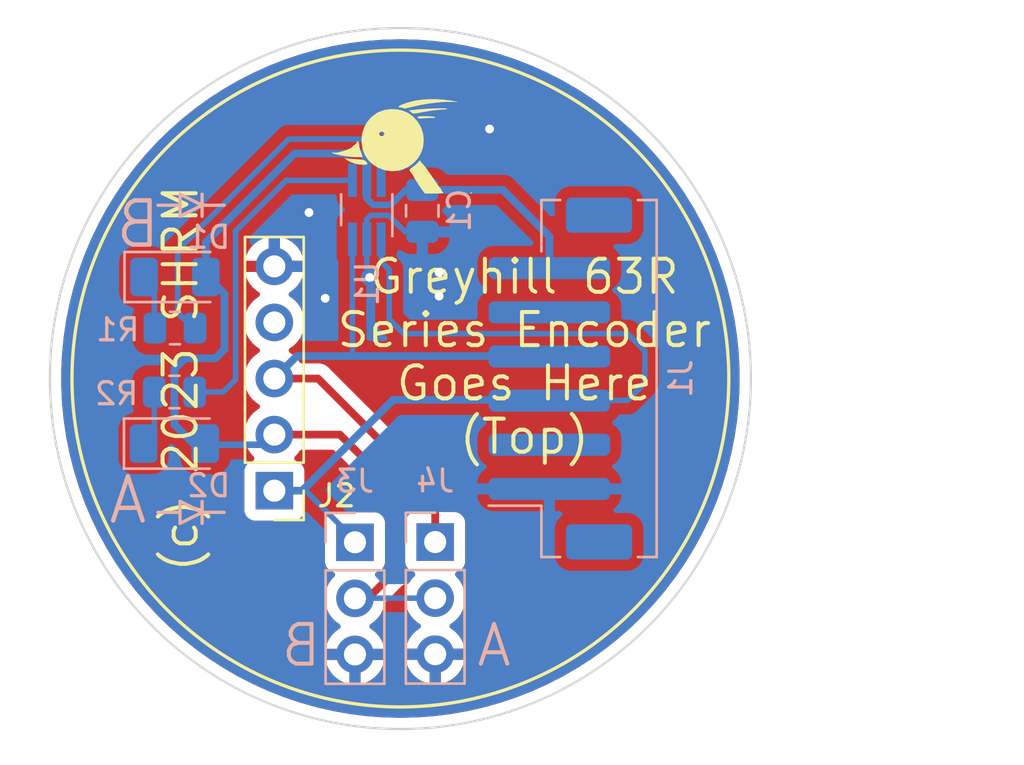
<source format=kicad_pcb>
(kicad_pcb (version 20211014) (generator pcbnew)
  (layers (0 "F.Cu" signal) (31 "B.Cu" signal) (34 "B.Paste" user) (35 "F.Paste" user) (36 "B.SilkS" user "B.Silkscreen") (37 "F.SilkS" user "F.Silkscreen") (38 "B.Mask" user) (39 "F.Mask" user) (44 "Edge.Cuts" user))
  (net 0 "")
  (net 1 "GND")
  (net 3 "/ENCB")
  (net 4 "/ENCA")
  (net 6 "Net-(D1-Pad1)")
  (net 8 "VCC")
  (net 9 "Net-(D2-Pad1)")
  (net 10 "Net-(R1-Pad2)")
  (net 11 "Net-(R2-Pad2)")
  (footprint "Connector_PinHeader_2.54mm:PinHeader_1x05_P2.54mm_Vertical" (layer "F.Cu") (at -5.71 20.955 180)
    (fp_text reference "J2" (at -2.8144 -0.2286) (layer "F.SilkS"))
    (fp_text value "Conn_01x05" hide)
    (fp_line (start 1.33 1.27) (end 1.33 11.49) (layer "F.SilkS") (width 0.12))
    (fp_line (start -1.33 1.27) (end 1.33 1.27) (layer "F.SilkS") (width 0.12))
    (fp_line (start -1.33 1.27) (end -1.33 11.49) (layer "F.SilkS") (width 0.12))
    (fp_line (start -1.33 11.49) (end 1.33 11.49) (layer "F.SilkS") (width 0.12))
    (fp_line (start -1.33 0) (end -1.33 -1.33) (layer "F.SilkS") (width 0.12))
    (fp_line (start -1.33 -1.33) (end 0 -1.33) (layer "F.SilkS") (width 0.12))
    (pad "1" thru_hole rect (at 0 0 180) (size 1.7 1.7) (drill 1) (layers *.Cu *.Mask) (net 3 "/ENCB"))
    (pad "2" thru_hole oval (at 0 2.54 180) (size 1.7 1.7) (drill 1) (layers *.Cu *.Mask) (net 8 "VCC"))
    (pad "3" thru_hole oval (at 0 5.08 180) (size 1.7 1.7) (drill 1) (layers *.Cu *.Mask) (net 4 "/ENCA"))
    (pad "4" thru_hole oval (at 0 7.62 180) (size 1.7 1.7) (drill 1) (layers *.Cu *.Mask))
    (pad "5" thru_hole oval (at 0 10.16 180) (size 1.7 1.7) (drill 1) (layers *.Cu *.Mask) (net 1 "GND"))
  )
  (footprint "LOGO" (layer "F.Cu") (at 0.012779 5.246624)
    (fp_text reference "G***" hide)
    (fp_text value "LOGO" hide)
    (fp_poly (pts (xy 1.913529 -1.612956) (xy 2.027994 -1.608028) (xy 2.095237 -1.598176) (xy 2.10874 -1.585518) (xy 2.068515 -1.567943) (xy 1.985846 -1.556428) (xy 1.915173 -1.553808) (xy 1.783659 -1.547239) (xy 1.603859 -1.528767) (xy 1.389396 -1.500244) (xy 1.153894 -1.463519) (xy 0.910978 -1.420444) (xy 0.855456 -1.409827) (xy 0.721232 -1.384099) (xy 0.633459 -1.370926) (xy 0.576174 -1.371583) (xy 0.533419 -1.387349) (xy 0.489233 -1.419501) (xy 0.462668 -1.44126) (xy 0.370405 -1.516694) (xy 0.510234 -1.533172) (xy 0.715192 -1.554849) (xy 0.932945 -1.573567) (xy 1.154917 -1.589047) (xy 1.372535 -1.601006) (xy 1.577225 -1.609165) (xy 1.760414 -1.613242)) (layer "F.SilkS") (width 0) (fill solid))
    (fp_poly (pts (xy -2.457553 0.652201) (xy -2.387091 0.663295) (xy -2.270955 0.675428) (xy -2.126832 0.68694) (xy -2.009205 0.694266) (xy -1.853049 0.703776) (xy -1.746381 0.71433) (xy -1.675307 0.729251) (xy -1.625933 0.75186) (xy -1.584368 0.785478) (xy -1.570379 0.799171) (xy -1.520224 0.86201) (xy -1.502998 0.910599) (xy -1.505305 0.918085) (xy -1.54761 0.936206) (xy -1.634964 0.945402) (xy -1.74955 0.945105) (xy -1.87355 0.93475) (xy -1.902621 0.930722) (xy -2.078791 0.892148) (xy -2.246978 0.834097) (xy -2.385556 0.764848) (xy -2.442371 0.724087) (xy -2.552684 0.629352)) (layer "F.SilkS") (width 0) (fill solid))
    (fp_poly (pts (xy 1.173233 -1.252933) (xy 1.31073 -1.247596) (xy 1.431621 -1.238651) (xy 1.519947 -1.226466) (xy 1.558521 -1.212921) (xy 1.569023 -1.190641) (xy 1.538199 -1.178305) (xy 1.456856 -1.173453) (xy 1.409526 -1.173058) (xy 1.269146 -1.169573) (xy 1.109184 -1.160852) (xy 1.011253 -1.153033) (xy 0.880632 -1.145606) (xy 0.804317 -1.15397) (xy 0.778178 -1.171223) (xy 0.76954 -1.218598) (xy 0.776355 -1.230886) (xy 0.820691 -1.243641) (xy 0.912254 -1.251322) (xy 1.035088 -1.254298)) (layer "F.SilkS") (width 0) (fill solid))
    (fp_poly (pts (xy -0.174329 -1.565625) (xy 0.092865 -1.505977) (xy 0.338788 -1.400343) (xy 0.550834 -1.250438) (xy 0.560158 -1.241962) (xy 0.769832 -1.009562) (xy 0.92166 -0.753375) (xy 1.014415 -0.477375) (xy 1.046871 -0.185536) (xy 1.017802 0.118168) (xy 1.002047 0.190262) (xy 0.908848 0.447122) (xy 0.764851 0.676312) (xy 0.578424 0.872996) (xy 0.357936 1.032337) (xy 0.111758 1.149496) (xy -0.151741 1.219637) (xy -0.424193 1.237923) (xy -0.697227 1.199516) (xy -0.729338 1.19095) (xy -1.024576 1.07954) (xy -1.273816 0.925399) (xy -1.475151 0.73102) (xy -1.626672 0.498897) (xy -1.726471 0.231521) (xy -1.772638 -0.068613) (xy -1.77578 -0.176069) (xy -1.745777 -0.469817) (xy -1.742358 -0.480644) (xy -0.972056 -0.480644) (xy -0.965159 -0.416207) (xy -0.953516 -0.399037) (xy -0.893254 -0.356969) (xy -0.856179 -0.348814) (xy -0.790577 -0.371688) (xy -0.758842 -0.399037) (xy -0.737006 -0.463426) (xy -0.765568 -0.521108) (xy -0.832697 -0.553139) (xy -0.856179 -0.554931) (xy -0.931786 -0.533202) (xy -0.972056 -0.480644) (xy -1.742358 -0.480644) (xy -1.658908 -0.744942) (xy -1.519881 -0.993923) (xy -1.333405 -1.209237) (xy -1.104187 -1.383361) (xy -0.977475 -1.451471) (xy -0.722106 -1.54009) (xy -0.450188 -1.577569)) (layer "F.SilkS") (width 0) (fill solid))
    (fp_poly (pts (xy 1.627634 -2.02484) (xy 1.949354 -2.004754) (xy 2.228638 -1.968782) (xy 2.36816 -1.944348) (xy 2.482738 -1.922503) (xy 2.559029 -1.905904) (xy 2.583677 -1.898054) (xy 2.561392 -1.893352) (xy 2.490418 -1.893076) (xy 2.385332 -1.897221) (xy 2.368648 -1.898158) (xy 2.126491 -1.901289) (xy 1.840713 -1.886985) (xy 1.528084 -1.857171) (xy 1.205376 -1.813773) (xy 0.889361 -1.758717) (xy 0.602497 -1.695351) (xy 0.488544 -1.667613) (xy 0.386995 -1.644032) (xy 0.343833 -1.634676) (xy 0.264235 -1.615959) (xy 0.216991 -1.601841) (xy 0.155679 -1.603951) (xy 0.126842 -1.617076) (xy 0.059482 -1.640975) (xy -0.006056 -1.648453) (xy -0.085112 -1.656603) (xy -0.108825 -1.678049) (xy -0.083236 -1.710144) (xy -0.014384 -1.750238) (xy 0.09169 -1.795684) (xy 0.228945 -1.843833) (xy 0.391341 -1.892037) (xy 0.572838 -1.937646) (xy 0.729003 -1.970734) (xy 0.996295 -2.007858) (xy 1.302893 -2.025884)) (layer "F.SilkS") (width 0) (fill solid))
    (fp_poly (pts (xy 0.88727 0.753121) (xy 0.908075 0.804896) (xy 0.943384 0.850559) (xy 1.029779 0.944312) (xy 1.114021 1.044918) (xy 1.204288 1.163249) (xy 1.30876 1.310174) (xy 1.435617 1.496563) (xy 1.484506 1.569663) (xy 1.58425 1.717382) (xy 1.673212 1.845563) (xy 1.744981 1.945253) (xy 1.793145 2.007493) (xy 1.809833 2.024178) (xy 1.83729 2.060575) (xy 1.839201 2.075789) (xy 1.861461 2.12897) (xy 1.886767 2.156305) (xy 1.92663 2.20208) (xy 1.934333 2.223608) (xy 1.90457 2.233803) (xy 1.823057 2.242178) (xy 1.701453 2.247988) (xy 1.551418 2.250484) (xy 1.51417 2.250512) (xy 1.094008 2.249587) (xy 0.951311 2.054533) (xy 0.880561 1.956296) (xy 0.824738 1.875959) (xy 0.794465 1.828861) (xy 0.792759 1.825557) (xy 0.767178 1.780665) (xy 0.719805 1.704357) (xy 0.689701 1.657497) (xy 0.639685 1.577327) (xy 0.608141 1.520543) (xy 0.602497 1.505589) (xy 0.585915 1.471465) (xy 0.546065 1.408532) (xy 0.497788 1.338676) (xy 0.455929 1.283778) (xy 0.441632 1.268415) (xy 0.416051 1.227929) (xy 0.403751 1.19905) (xy 0.407925 1.154888) (xy 0.458598 1.105243) (xy 0.522017 1.06468) (xy 0.6266 0.989783) (xy 0.732759 0.89313) (xy 0.773323 0.848651) (xy 0.834204 0.782378) (xy 0.875588 0.749448)) (layer "F.SilkS") (width 0) (fill solid))
    (fp_poly (pts (xy -1.906157 -0.098666) (xy -1.885249 -0.028186) (xy -1.87277 0.063709) (xy -1.871344 0.101983) (xy -1.858463 0.192614) (xy -1.828031 0.290934) (xy -1.827487 0.292245) (xy -1.785926 0.399236) (xy -1.750966 0.499438) (xy -1.717868 0.602497) (xy -2.008434 0.598086) (xy -2.176494 0.591105) (xy -2.356311 0.576657) (xy -2.513431 0.557623) (xy -2.536829 0.553901) (xy -2.729325 0.518702) (xy -2.890939 0.483219) (xy -3.013264 0.449697) (xy -3.087896 0.420384) (xy -3.107615 0.401338) (xy -3.084404 0.386211) (xy -3.062099 0.391205) (xy -2.979933 0.40082) (xy -2.859948 0.387959) (xy -2.716752 0.357283) (xy -2.564952 0.31345) (xy -2.419157 0.26112) (xy -2.293974 0.204953) (xy -2.204013 0.149606) (xy -2.165572 0.105254) (xy -2.129058 0.066853) (xy -2.113274 0.06333) (xy -2.073096 0.039155) (xy -2.021648 -0.02008) (xy -2.013608 -0.03171) (xy -1.966747 -0.09437) (xy -1.933387 -0.125873) (xy -1.930102 -0.12675)) (layer "F.SilkS") (width 0) (fill solid))
    (fp_poly (pts (xy 3.234457 2.220721) (xy 3.208758 2.247976) (xy 3.186892 2.251436) (xy 3.144584 2.244651) (xy 3.139326 2.238973) (xy 3.164122 2.218526) (xy 3.186892 2.208258) (xy 3.227724 2.207599)) (layer "F.SilkS") (width 0) (fill solid))
  )
  (footprint "Diode_SMD:D_1206_3216Metric" (layer "B.Cu") (at -10.2362 18.8214)
    (fp_text reference "D2" (at 1.5494 1.905 180) (layer "B.SilkS") (effects (justify mirror)))
    (fp_text value "LED" hide)
    (fp_line (start -2.285 1.135) (end -2.285 -1.135) (layer "B.SilkS") (width 0.12))
    (fp_line (start 1.6 1.135) (end -2.285 1.135) (layer "B.SilkS") (width 0.12))
    (fp_line (start -2.285 -1.135) (end 1.6 -1.135) (layer "B.SilkS") (width 0.12))
    (pad "1" smd roundrect (at -1.4 0) (size 1.25 1.75) (layers "B.Cu" "B.Paste" "B.Mask") (roundrect_rratio 0.2) (net 9 "Net-(D2-Pad1)"))
    (pad "2" smd roundrect (at 1.4 0) (size 1.25 1.75) (layers "B.Cu" "B.Paste" "B.Mask") (roundrect_rratio 0.2) (net 8 "VCC"))
  )
  (footprint "Diode_SMD:D_1206_3216Metric" (layer "B.Cu") (at -10.2108 11.2776)
    (fp_text reference "D1" (at 1.524 -1.8034 180) (layer "B.SilkS") (effects (justify mirror)))
    (fp_text value "LED" hide)
    (fp_line (start -2.285 1.135) (end -2.285 -1.135) (layer "B.SilkS") (width 0.12))
    (fp_line (start -2.285 -1.135) (end 1.6 -1.135) (layer "B.SilkS") (width 0.12))
    (fp_line (start 1.6 1.135) (end -2.285 1.135) (layer "B.SilkS") (width 0.12))
    (pad "1" smd roundrect (at -1.4 0) (size 1.25 1.75) (layers "B.Cu" "B.Paste" "B.Mask") (roundrect_rratio 0.2) (net 6 "Net-(D1-Pad1)"))
    (pad "2" smd roundrect (at 1.4 0) (size 1.25 1.75) (layers "B.Cu" "B.Paste" "B.Mask") (roundrect_rratio 0.2) (net 8 "VCC"))
  )
  (footprint "Connector_JST:JST_PH_B6B-PH-SM4-TB_1x06-1MP_P2.00mm_Vertical" (layer "B.Cu") (at 7.247 15.875 90)
    (fp_text reference "J1" (at 0 5.45 90) (layer "B.SilkS") (effects (justify mirror)))
    (fp_text value "Conn_01x06" hide)
    (fp_line (start -8.085 4.36) (end 8.085 4.36) (layer "B.SilkS") (width 0.12))
    (fp_line (start 8.085 4.36) (end 8.085 3.51) (layer "B.SilkS") (width 0.12))
    (fp_line (start -8.085 -0.86) (end -5.76 -0.86) (layer "B.SilkS") (width 0.12))
    (fp_line (start -8.085 -0.01) (end -8.085 -0.86) (layer "B.SilkS") (width 0.12))
    (fp_line (start 8.085 -0.01) (end 8.085 -0.86) (layer "B.SilkS") (width 0.12))
    (fp_line (start 8.085 -0.86) (end 5.76 -0.86) (layer "B.SilkS") (width 0.12))
    (fp_line (start -8.085 3.51) (end -8.085 4.36) (layer "B.SilkS") (width 0.12))
    (fp_line (start -5.76 -0.86) (end -5.76 -3.25) (layer "B.SilkS") (width 0.12))
    (pad "1" smd roundrect (at -5 -0.5 90) (size 1 5.5) (layers "B.Cu" "B.Paste" "B.Mask") (net 1 "GND"))
    (pad "2" smd roundrect (at -3 -0.5 90) (size 1 5.5) (layers "B.Cu" "B.Paste" "B.Mask"))
    (pad "3" smd roundrect (at -1 -0.5 90) (size 1 5.5) (layers "B.Cu" "B.Paste" "B.Mask") (net 3 "/ENCB"))
    (pad "4" smd roundrect (at 1 -0.5 90) (size 1 5.5) (layers "B.Cu" "B.Paste" "B.Mask") (net 4 "/ENCA"))
    (pad "5" smd roundrect (at 3 -0.5 90) (size 1 5.5) (layers "B.Cu" "B.Paste" "B.Mask"))
    (pad "6" smd roundrect (at 5 -0.5 90) (size 1 5.5) (layers "B.Cu" "B.Paste" "B.Mask") (net 8 "VCC"))
    (pad "MP" smd roundrect (at 7.4 1.75 90) (size 1.6 3) (layers "B.Cu" "B.Paste" "B.Mask") (roundrect_rratio 0.15625))
    (pad "MP" smd roundrect (at -7.4 1.75 90) (size 1.6 3) (layers "B.Cu" "B.Paste" "B.Mask") (roundrect_rratio 0.15625))
  )
  (footprint "Resistor_SMD:R_0805_2012Metric" (layer "B.Cu") (at -10.2108 13.589)
    (fp_text reference "R1" (at -2.5908 0.0762) (layer "B.SilkS") (effects (justify mirror)))
    (fp_text value "R_Small" hide)
    (fp_line (start -0.227064 -0.735) (end 0.227064 -0.735) (layer "B.SilkS") (width 0.12))
    (fp_line (start -0.227064 0.735) (end 0.227064 0.735) (layer "B.SilkS") (width 0.12))
    (pad "1" smd roundrect (at -0.9125 0) (size 1.025 1.4) (layers "B.Cu" "B.Paste" "B.Mask") (roundrect_rratio 0.243902439) (net 6 "Net-(D1-Pad1)"))
    (pad "2" smd roundrect (at 0.9125 0) (size 1.025 1.4) (layers "B.Cu" "B.Paste" "B.Mask") (roundrect_rratio 0.243902439) (net 10 "Net-(R1-Pad2)"))
  )
  (footprint "Connector_PinSocket_2.54mm:PinSocket_1x03_P2.54mm_Vertical" (layer "B.Cu") (at 1.5752 23.2814 180)
    (fp_text reference "J4" (at 0 2.77) (layer "B.SilkS") (effects (justify mirror)))
    (fp_text value "Conn_01x03" hide)
    (fp_line (start -1.33 -1.27) (end -1.33 -6.41) (layer "B.SilkS") (width 0.12))
    (fp_line (start 0 1.33) (end 1.33 1.33) (layer "B.SilkS") (width 0.12))
    (fp_line (start 1.33 1.33) (end 1.33 0) (layer "B.SilkS") (width 0.12))
    (fp_line (start -1.33 -1.27) (end 1.33 -1.27) (layer "B.SilkS") (width 0.12))
    (fp_line (start -1.33 -6.41) (end 1.33 -6.41) (layer "B.SilkS") (width 0.12))
    (fp_line (start 1.33 -1.27) (end 1.33 -6.41) (layer "B.SilkS") (width 0.12))
    (pad "1" thru_hole rect (at 0 0 180) (size 1.7 1.7) (drill 1) (layers *.Cu *.Mask) (net 4 "/ENCA"))
    (pad "2" thru_hole oval (at 0 -2.54 180) (size 1.7 1.7) (drill 1) (layers *.Cu *.Mask) (net 8 "VCC"))
    (pad "3" thru_hole oval (at 0 -5.08 180) (size 1.7 1.7) (drill 1) (layers *.Cu *.Mask) (net 1 "GND"))
  )
  (footprint "Capacitor_SMD:C_0805_2012Metric" (layer "B.Cu") (at 0.9906 8.2804 -90)
    (fp_text reference "C1" (at -0.0254 -1.6764 90) (layer "B.SilkS") (effects (justify mirror)))
    (fp_text value "0.1u" hide)
    (fp_line (start -0.261252 0.735) (end 0.261252 0.735) (layer "B.SilkS") (width 0.12))
    (fp_line (start -0.261252 -0.735) (end 0.261252 -0.735) (layer "B.SilkS") (width 0.12))
    (pad "1" smd roundrect (at -0.95 0 270) (size 1 1.45) (layers "B.Cu" "B.Paste" "B.Mask") (net 8 "VCC"))
    (pad "2" smd roundrect (at 0.95 0 270) (size 1 1.45) (layers "B.Cu" "B.Paste" "B.Mask") (net 1 "GND"))
  )
  (footprint "Connector_PinSocket_2.54mm:PinSocket_1x03_P2.54mm_Vertical" (layer "B.Cu") (at -2.0574 23.2918 180)
    (fp_text reference "J3" (at 0 2.77) (layer "B.SilkS") (effects (justify mirror)))
    (fp_text value "Conn_01x03" hide)
    (fp_line (start 1.33 -1.27) (end 1.33 -6.41) (layer "B.SilkS") (width 0.12))
    (fp_line (start 0 1.33) (end 1.33 1.33) (layer "B.SilkS") (width 0.12))
    (fp_line (start -1.33 -6.41) (end 1.33 -6.41) (layer "B.SilkS") (width 0.12))
    (fp_line (start -1.33 -1.27) (end 1.33 -1.27) (layer "B.SilkS") (width 0.12))
    (fp_line (start -1.33 -1.27) (end -1.33 -6.41) (layer "B.SilkS") (width 0.12))
    (fp_line (start 1.33 1.33) (end 1.33 0) (layer "B.SilkS") (width 0.12))
    (pad "1" thru_hole rect (at 0 0 180) (size 1.7 1.7) (drill 1) (layers *.Cu *.Mask) (net 3 "/ENCB"))
    (pad "2" thru_hole oval (at 0 -2.54 180) (size 1.7 1.7) (drill 1) (layers *.Cu *.Mask) (net 8 "VCC"))
    (pad "3" thru_hole oval (at 0 -5.08 180) (size 1.7 1.7) (drill 1) (layers *.Cu *.Mask) (net 1 "GND"))
  )
  (footprint "Package_TO_SOT_SMD:SOT-363_SC-70-6_Handsoldering" (layer "B.Cu") (at -1.524 8.2296 90)
    (fp_text reference "U1" (at -3.3528 0.0254 90) (layer "B.SilkS") (effects (justify mirror)))
    (fp_text value "74LVC2G14" hide)
    (fp_line (start -0.7 -1.16) (end 0.7 -1.16) (layer "B.SilkS") (width 0.12))
    (fp_line (start 0.7 1.16) (end -1.2 1.16) (layer "B.SilkS") (width 0.12))
    (pad "1" smd rect (at -1.33 0.65 90) (size 1.5 0.4) (layers "B.Cu" "B.Paste" "B.Mask") (net 3 "/ENCB"))
    (pad "2" smd rect (at -1.33 0 90) (size 1.5 0.4) (layers "B.Cu" "B.Paste" "B.Mask") (net 1 "GND"))
    (pad "3" smd rect (at -1.33 -0.65 90) (size 1.5 0.4) (layers "B.Cu" "B.Paste" "B.Mask") (net 4 "/ENCA"))
    (pad "4" smd rect (at 1.33 -0.65 90) (size 1.5 0.4) (layers "B.Cu" "B.Paste" "B.Mask") (net 11 "Net-(R2-Pad2)"))
    (pad "5" smd rect (at 1.33 0 90) (size 1.5 0.4) (layers "B.Cu" "B.Paste" "B.Mask") (net 8 "VCC"))
    (pad "6" smd rect (at 1.33 0.65 90) (size 1.5 0.4) (layers "B.Cu" "B.Paste" "B.Mask") (net 10 "Net-(R1-Pad2)"))
  )
  (footprint "Resistor_SMD:R_0805_2012Metric" (layer "B.Cu") (at -10.2362 16.4846)
    (fp_text reference "R2" (at -2.6162 0.0762) (layer "B.SilkS") (effects (justify mirror)))
    (fp_text value "R_Small" hide)
    (fp_line (start -0.227064 0.735) (end 0.227064 0.735) (layer "B.SilkS") (width 0.12))
    (fp_line (start -0.227064 -0.735) (end 0.227064 -0.735) (layer "B.SilkS") (width 0.12))
    (pad "1" smd roundrect (at -0.9125 0) (size 1.025 1.4) (layers "B.Cu" "B.Paste" "B.Mask") (roundrect_rratio 0.243902439) (net 9 "Net-(D2-Pad1)"))
    (pad "2" smd roundrect (at 0.9125 0) (size 1.025 1.4) (layers "B.Cu" "B.Paste" "B.Mask") (roundrect_rratio 0.243902439) (net 11 "Net-(R2-Pad2)"))
  )
  (gr_line (start -9.9822 7.5264) (end -9.9822 8.5264) (layer "B.SilkS") (width 0.15))
  (gr_line (start -9.9822 21.4362) (end -8.9822 21.9362) (layer "B.SilkS") (width 0.15))
  (gr_line (start -8.9822 8.0264) (end -9.9822 8.5264) (layer "B.SilkS") (width 0.15))
  (gr_line (start -9.9822 21.9362) (end -10.9822 21.9362) (layer "B.SilkS") (width 0.15))
  (gr_line (start -8.9822 8.0264) (end -7.9822 8.0264) (layer "B.SilkS") (width 0.15))
  (gr_line (start -9.9822 7.5264) (end -8.9822 8.0264) (layer "B.SilkS") (width 0.15))
  (gr_line (start -9.9822 8.0264) (end -10.9822 8.0264) (layer "B.SilkS") (width 0.15))
  (gr_line (start -8.9822 21.4362) (end -8.9822 22.4362) (layer "B.SilkS") (width 0.15))
  (gr_line (start -8.9822 21.9362) (end -7.9822 21.9362) (layer "B.SilkS") (width 0.15))
  (gr_line (start -8.9822 21.9362) (end -9.9822 22.4362) (layer "B.SilkS") (width 0.15))
  (gr_line (start -8.9822 7.5264) (end -8.9822 8.5264) (layer "B.SilkS") (width 0.15))
  (gr_line (start -9.9822 21.4362) (end -9.9822 22.4362) (layer "B.SilkS") (width 0.15))
  (gr_circle (center 0 15.875) (end 14.875 15.875) (layer "F.SilkS") (width 0.15) (fill none))
  (gr_arc (start 0 31.75) (mid -15.875 15.875) (end 0 0) (layer "Edge.Cuts") (width 0.1))
  (gr_arc (start 0 0) (mid 15.875 15.875) (end 0 31.75) (layer "Edge.Cuts") (width 0.1))
  (gr_text "A" (at 4.2418 27.9654) (layer "B.SilkS") (effects (font (size 1.8 1.8) (thickness 0.18)) (justify mirror)))
  (gr_text "B" (at -4.4958 27.9654) (layer "B.SilkS") (effects (font (size 1.8 1.8) (thickness 0.18)) (justify mirror)))
  (gr_text "B" (at -11.8872 8.89) (layer "B.SilkS") (effects (font (size 2 2) (thickness 0.2)) (justify mirror)))
  (gr_text "A" (at -12.3444 21.3868) (layer "B.SilkS") (effects (font (size 2 2) (thickness 0.2)) (justify mirror)))
  (gr_text "(c) 2023 SHRM" (at -9.9568 15.875 90) (layer "F.SilkS") (effects (font (size 1.5 1.5) (thickness 0.18))))
  (gr_text "Greyhill 63R\nSeries Encoder\nGoes Here\n(Top)" (at 5.6134 14.8844) (layer "F.SilkS") (effects (font (size 1.5 1.5) (thickness 0.18))))
  (via (at -4.1402 8.3566) (size 0.8) (drill 0.4) (layers "F.Cu" "B.Cu") (net 1))
  (via (at -3.4036 12.2428) (size 0.8) (drill 0.4) (layers "F.Cu" "B.Cu") (net 1))
  (via (at 4.0386 4.572) (size 0.8) (drill 0.4) (layers "F.Cu" "B.Cu") (net 1))
  (via (at -1.389103 11.29408) (size 0.8) (drill 0.4) (layers "F.Cu" "B.Cu") (net 1))
  (via (at 1.7526 12.1412) (size 0.8) (drill 0.4) (layers "F.Cu" "B.Cu") (net 1))
  (via (at 1.7526 11.0744) (size 0.8) (drill 0.4) (layers "F.Cu" "B.Cu") (net 1))
  (segment (start -0.5334 8.4836) (end 0.2134 9.2304) (width 0.25) (layer "B.Cu") (net 1))
  (segment (start -1.524 8.6614) (end -1.3462 8.4836) (width 0.25) (layer "B.Cu") (net 1))
  (segment (start 0.2134 9.2304) (end 0.9906 9.2304) (width 0.25) (layer "B.Cu") (net 1))
  (segment (start -1.524 11.159183) (end -1.524 9.5596) (width 0.25) (layer "B.Cu") (net 1))
  (segment (start -1.3462 8.4836) (end -0.5334 8.4836) (width 0.25) (layer "B.Cu") (net 1))
  (segment (start -1.524 9.5596) (end -1.524 8.6614) (width 0.25) (layer "B.Cu") (net 1))
  (segment (start -1.389103 11.29408) (end -1.524 11.159183) (width 0.25) (layer "B.Cu") (net 1))
  (segment (start -0.508 13.1826) (end -0.508 10.9474) (width 0.25) (layer "B.Cu") (net 3))
  (segment (start 6.747 16.875) (end 6.7564 16.8656) (width 0.25) (layer "B.Cu") (net 3))
  (segment (start 10.287 13.843) (end 0.1524 13.843) (width 0.25) (layer "B.Cu") (net 3))
  (segment (start 10.287 16.8656) (end 11.0744 16.0782) (width 0.25) (layer "B.Cu") (net 3))
  (segment (start 11.0744 16.0782) (end 11.0744 14.6304) (width 0.25) (layer "B.Cu") (net 3))
  (segment (start 0.1524 13.843) (end -0.508 13.1826) (width 0.25) (layer "B.Cu") (net 3))
  (segment (start -2.0574 23.2918) (end -2.0574 23.1902) (width 0.25) (layer "B.Cu") (net 3))
  (segment (start -5.71 20.955) (end -4.445 20.955) (width 0.35) (layer "B.Cu") (net 3))
  (segment (start -0.508 10.9474) (end -0.874 10.5814) (width 0.25) (layer "B.Cu") (net 3))
  (segment (start 11.0744 14.6304) (end 10.287 13.843) (width 0.25) (layer "B.Cu") (net 3))
  (segment (start 6.5278 16.8402) (end 6.5438 16.8242) (width 0.35) (layer "B.Cu") (net 3))
  (segment (start -4.3688 20.8788) (end -0.3302 16.8402) (width 0.35) (layer "B.Cu") (net 3))
  (segment (start 6.7564 16.8656) (end 10.287 16.8656) (width 0.25) (layer "B.Cu") (net 3))
  (segment (start -0.874 10.5814) (end -0.874 9.5596) (width 0.25) (layer "B.Cu") (net 3))
  (segment (start -2.0574 23.1902) (end -4.3688 20.8788) (width 0.25) (layer "B.Cu") (net 3))
  (segment (start -0.3302 16.8402) (end 6.5278 16.8402) (width 0.35) (layer "B.Cu") (net 3))
  (segment (start -4.445 20.955) (end -4.3688 20.8788) (width 0.35) (layer "B.Cu") (net 3))
  (segment (start 1.5752 21.184) (end 1.5752 23.2814) (width 0.35) (layer "F.Cu") (net 4))
  (segment (start -5.71 15.875) (end -3.7338 15.875) (width 0.35) (layer "F.Cu") (net 4))
  (segment (start -3.7338 15.875) (end 1.5752 21.184) (width 0.35) (layer "F.Cu") (net 4))
  (segment (start -2.174 9.5596) (end -2.174 14.8232) (width 0.25) (layer "B.Cu") (net 4))
  (segment (start 6.509 14.859) (end 6.5438 14.8242) (width 0.35) (layer "B.Cu") (net 4))
  (segment (start -2.2098 14.859) (end 6.509 14.859) (width 0.35) (layer "B.Cu") (net 4))
  (segment (start -2.174 14.8232) (end -2.2098 14.859) (width 0.25) (layer "B.Cu") (net 4))
  (segment (start -5.71 15.875) (end -4.694 14.859) (width 0.35) (layer "B.Cu") (net 4))
  (segment (start -4.694 14.859) (end -2.2098 14.859) (width 0.35) (layer "B.Cu") (net 4))
  (segment (start -11.1483 11.7401) (end -11.1483 13.564) (width 0.25) (layer "B.Cu") (net 6))
  (segment (start -11.6108 11.2776) (end -11.1483 11.7401) (width 0.25) (layer "B.Cu") (net 6))
  (segment (start -1.4732 25.8318) (end -2.0574 25.8318) (width 0.35) (layer "F.Cu") (net 8))
  (segment (start -0.254 24.6126) (end -1.4732 25.8318) (width 0.35) (layer "F.Cu") (net 8))
  (segment (start -0.254 20.9042) (end -0.254 24.6126) (width 0.35) (layer "F.Cu") (net 8))
  (segment (start -2.7432 18.415) (end -0.254 20.9042) (width 0.35) (layer "F.Cu") (net 8))
  (segment (start -5.71 18.415) (end -2.7432 18.415) (width 0.35) (layer "F.Cu") (net 8))
  (segment (start -7.9676 12.0446) (end -7.9676 14.5462) (width 0.35) (layer "B.Cu") (net 8))
  (segment (start -1.524 5.8996) (end -1.524 6.8996) (width 0.35) (layer "B.Cu") (net 8))
  (segment (start -1.524 7.7216) (end -1.237 8.0086) (width 0.3) (layer "B.Cu") (net 8))
  (segment (start -8.382 14.9606) (end -9.7536 14.9606) (width 0.35) (layer "B.Cu") (net 8))
  (segment (start 0.9906 7.3304) (end 4.638 7.3304) (width 0.35) (layer "B.Cu") (net 8))
  (segment (start -8.8362 18.8214) (end -8.7854 18.8722) (width 0.3) (layer "B.Cu") (net 8))
  (segment (start -10.2362 15.4432) (end -10.2362 17.9578) (width 0.35) (layer "B.Cu") (net 8))
  (segment (start 4.638 7.3304) (end 6.747 9.4394) (width 0.35) (layer "B.Cu") (net 8))
  (segment (start -8.8108 9.6998) (end -8.8108 11.2014) (width 0.35) (layer "B.Cu") (net 8))
  (segment (start -4.7934 5.6824) (end -1.7412 5.6824) (width 0.35) (layer "B.Cu") (net 8))
  (segment (start -8.8108 9.6998) (end -4.7934 5.6824) (width 0.35) (layer "B.Cu") (net 8))
  (segment (start -0.4394 8.0086) (end 0.2388 7.3304) (width 0.3) (layer "B.Cu") (net 8))
  (segment (start -1.7412 5.6824) (end -1.524 5.8996) (width 0.35) (layer "B.Cu") (net 8))
  (segment (start -8.8108 11.2014) (end -7.9676 12.0446) (width 0.35) (layer "B.Cu") (net 8))
  (segment (start -10.2362 17.9578) (end -9.3726 18.8214) (width 0.35) (layer "B.Cu") (net 8))
  (segment (start -1.524 6.8996) (end -1.524 7.7216) (width 0.3) (layer "B.Cu") (net 8))
  (segment (start -7.9676 14.5462) (end -8.382 14.9606) (width 0.35) (layer "B.Cu") (net 8))
  (segment (start -1.237 8.0086) (end -0.4394 8.0086) (width 0.3) (layer "B.Cu") (net 8))
  (segment (start -9.7536 14.9606) (end -10.2362 15.4432) (width 0.35) (layer "B.Cu") (net 8))
  (segment (start 1.5752 25.8214) (end -2.047 25.8214) (width 0.25) (layer "B.Cu") (net 8))
  (segment (start 0.2388 7.3304) (end 0.9906 7.3304) (width 0.3) (layer "B.Cu") (net 8))
  (segment (start -2.047 25.8214) (end -2.0574 25.8318) (width 0.25) (layer "B.Cu") (net 8))
  (segment (start -9.3726 18.8214) (end -8.8362 18.8214) (width 0.35) (layer "B.Cu") (net 8))
  (segment (start 6.747 9.4394) (end 6.747 10.875) (width 0.35) (layer "B.Cu") (net 8))
  (segment (start -8.7854 18.8722) (end -6.1672 18.8722) (width 0.3) (layer "B.Cu") (net 8))
  (segment (start -6.1672 18.8722) (end -5.71 18.415) (width 0.3) (layer "B.Cu") (net 8))
  (segment (start -11.1487 16.4846) (end -11.1487 18.0291) (width 0.25) (layer "B.Cu") (net 9))
  (segment (start -11.1487 18.0291) (end -11.6362 18.5166) (width 0.25) (layer "B.Cu") (net 9))
  (segment (start -5.0546 5.0292) (end -1.5494 5.0292) (width 0.25) (layer "B.Cu") (net 10))
  (segment (start -9.398 13.589) (end -10.0858 12.9012) (width 0.25) (layer "B.Cu") (net 10))
  (segment (start -1.5494 5.0292) (end -0.874 5.7046) (width 0.25) (layer "B.Cu") (net 10))
  (segment (start -10.0858 12.9012) (end -10.0858 10.0604) (width 0.25) (layer "B.Cu") (net 10))
  (segment (start -0.874 5.7046) (end -0.874 6.8996) (width 0.25) (layer "B.Cu") (net 10))
  (segment (start -10.0858 10.0604) (end -5.0546 5.0292) (width 0.25) (layer "B.Cu") (net 10))
  (segment (start -8.0264 16.4846) (end -9.3237 16.4846) (width 0.25) (layer "B.Cu") (net 11))
  (segment (start -7.4676 9.1948) (end -7.4676 15.9258) (width 0.25) (layer "B.Cu") (net 11))
  (segment (start -2.174 6.8996) (end -5.1724 6.8996) (width 0.25) (layer "B.Cu") (net 11))
  (segment (start -5.1724 6.8996) (end -7.4676 9.1948) (width 0.25) (layer "B.Cu") (net 11))
  (segment (start -7.4676 15.9258) (end -8.0264 16.4846) (width 0.25) (layer "B.Cu") (net 11))
  (zone (net 1) (net_name "GND") (layer "F.Cu") (connect_pads (clearance 0.508)) (min_thickness 0.254) (fill yes (thermal_gap 0.508) (thermal_bridge_width 0.508))
    (polygon (pts (xy 28.2448 33.3756) (xy -18.1356 33.3756) (xy -18.1356 -1.27) (xy 28.2448 -1.27)))
  )
  (zone (net 1) (net_name "GND") (layer "B.Cu") (connect_pads (clearance 0.508)) (min_thickness 0.254) (fill yes (thermal_gap 0.508) (thermal_bridge_width 0.508))
    (polygon (pts (xy 28.2448 33.3756) (xy -18.1356 33.3756) (xy -18.1356 -1.27) (xy 28.2448 -1.27)))
  )
)
</source>
